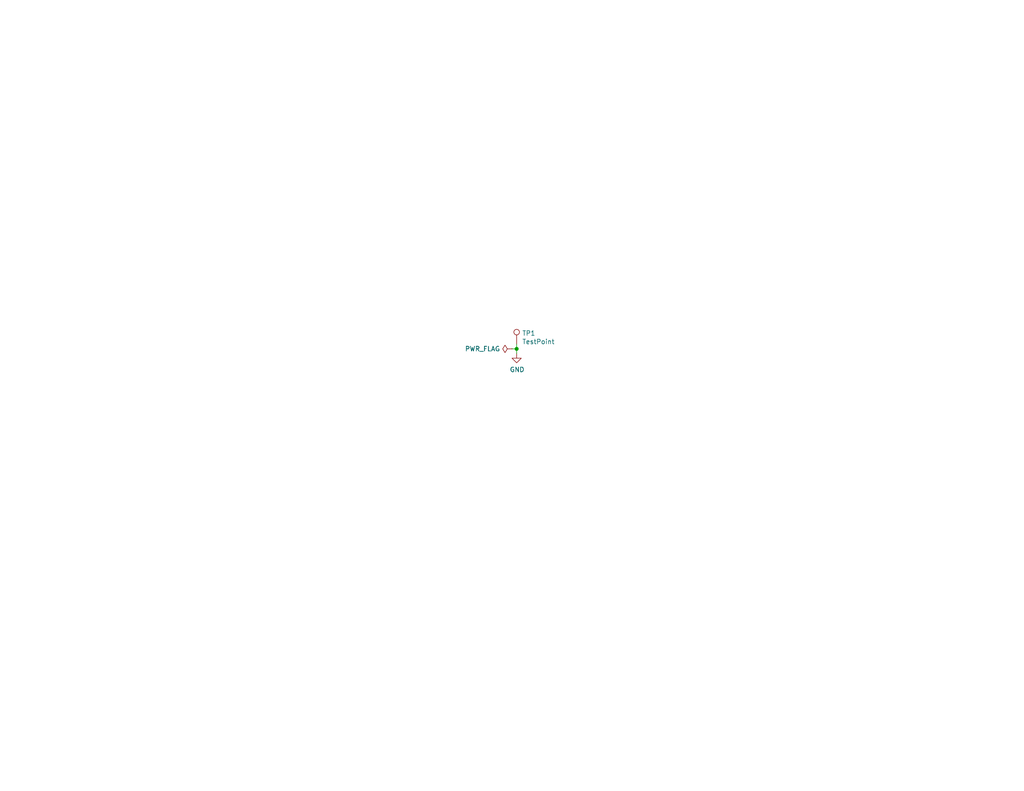
<source format=kicad_sch>
(kicad_sch (version 20211123) (generator eeschema)
  (paper "USLetter")
  (lib_symbols
    (symbol "Connector:TestPoint" (pin_numbers hide) (pin_names (offset 0.762) hide)
      (property "Reference" "TP" (at 0 6.858 0))
      (property "Value" "TestPoint" (at 0 5.08 0))
      (symbol "TestPoint_0_1"
        (circle (center 0 3.302) (radius 0.762))
      )
      (symbol "TestPoint_1_1"
        (pin passive line (at 0 0 90) (length 2.54) (name "1") (number "1"))
      )
    )
    (symbol "power:GND" (power) (pin_names (offset 0))
      (property "Value" "GND" (at 0 -3.81 0))
      (symbol "GND_0_1"
        (polyline (pts (xy 0 0) (xy 0 -1.27) (xy 1.27 -1.27) (xy 0 -2.54) (xy -1.27 -1.27) (xy 0 -1.27)))
      )
      (symbol "GND_1_1"
        (pin power_in line (at 0 0 270) (length 0) hide (name "GND") (number "1"))
      )
    )
    (symbol "power:PWR_FLAG" (power) (pin_numbers hide) (pin_names (offset 0) hide)
      (property "Value" "PWR_FLAG" (at 0 3.81 0))
      (symbol "PWR_FLAG_0_0"
        (pin power_out line (at 0 0 90) (length 0) (name "pwr") (number "1"))
      )
      (symbol "PWR_FLAG_0_1"
        (polyline (pts (xy 0 0) (xy 0 1.27) (xy -1.016 1.905) (xy 0 2.54) (xy 1.016 1.905) (xy 0 1.27)))
      )
    )
  )
  (junction (at 140.97 95.25))
  (wire (pts (xy 140.97 95.25) (xy 140.97 96.52)))
  (wire (pts (xy 140.97 95.25) (xy 140.97 93.98)))
  (wire (pts (xy 139.7 95.25) (xy 140.97 95.25)))
  (symbol (lib_id "power:GND") (at 140.97 96.52 0) (unit 1)
    (property "Reference" "#PWR0110" (effects hide))
    (property "Value" "GND" (at 141.097 100.9142 0))
  )
  (symbol (lib_id "Connector:TestPoint") (at 140.97 93.98 0) (unit 1)
    (property "Reference" "TP1" (at 142.4432 90.9828 0) (effects (justify left)))
    (property "Value" "TestPoint" (at 142.4432 93.2942 0) (effects (justify left)))
    (property "Footprint" "TestPoint:TestPoint_Pad_1.5x1.5mm" (effects hide))
  )
  (symbol (lib_id "power:PWR_FLAG") (at 139.7 95.25 90) (unit 1)
    (property "Reference" "#FLG0101" (effects hide))
    (property "Value" "PWR_FLAG" (at 136.4742 95.25 90) (effects (justify left)))
  )
)
</source>
